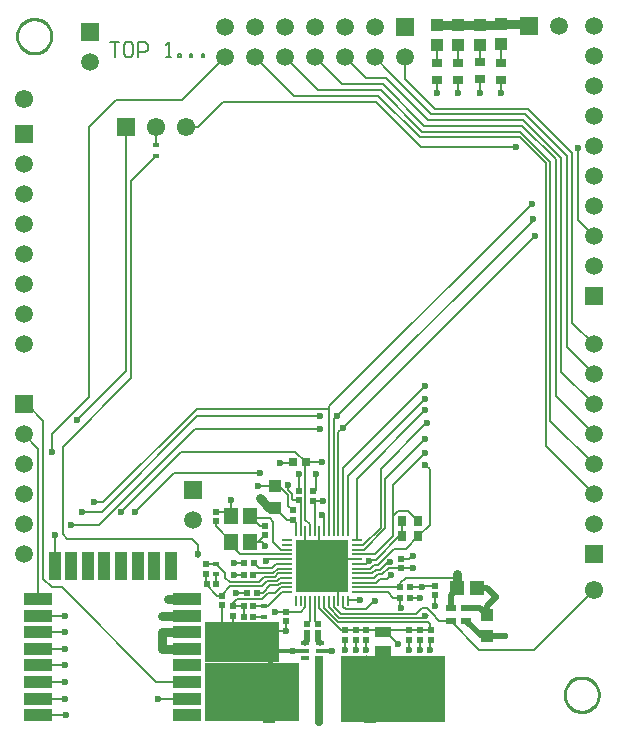
<source format=gbr>
%FSLAX44Y44*%
%MOMM*%
%SFA1B1*%

%IPPOS*%
%ADD10C,0.253999*%
%ADD11R,0.699999X0.899998*%
%ADD12R,1.099998X1.099998*%
%ADD13R,0.519999X0.519999*%
%ADD14R,0.519999X0.519999*%
%ADD15R,0.999998X0.999998*%
%ADD16R,0.549999X0.449999*%
%ADD17R,0.899998X0.699999*%
%ADD18R,1.349997X0.949998*%
%ADD19R,1.299997X1.149998*%
%ADD20R,0.999998X2.450095*%
%ADD21R,2.450095X0.999998*%
%ADD22R,0.799998X0.299999*%
%ADD23R,0.699999X0.299999*%
%ADD24R,0.849998X0.599999*%
%ADD25R,0.200000X0.899998*%
%ADD26R,0.899998X0.200000*%
%ADD27R,4.399991X4.399991*%
%ADD28R,0.649999X0.749999*%
%ADD29R,1.019998X4.749991*%
%ADD30R,0.509999X1.909996*%
%ADD31R,1.149998X1.399997*%
%ADD32C,0.200000*%
%ADD33C,0.799998*%
%ADD34C,0.203200*%
%ADD35C,0.499999*%
%ADD36C,0.534999*%
%ADD37C,0.299999*%
%ADD38C,0.749999*%
%ADD39C,0.699999*%
%ADD40C,0.150000*%
%ADD41R,7.949984X5.024990*%
%ADD42R,8.874982X5.674989*%
%ADD43R,6.224988X3.499993*%
%ADD44R,1.499997X1.499997*%
%ADD45C,1.499997*%
%ADD46R,1.499997X1.499997*%
%ADD47C,1.549997*%
%ADD48R,1.549997X1.549997*%
%ADD49C,0.599999*%
G54D10*
X501751Y24249D02*
D01*
X501716Y25261*
X501610Y26268*
X501434Y27265*
X501190Y28247*
X500877Y29209*
X500498Y30148*
X500054Y31058*
X499548Y31934*
X498982Y32773*
X498359Y33571*
X497681Y34323*
X496953Y35026*
X496178Y35677*
X495359Y36272*
X494500Y36808*
X493607Y37284*
X492682Y37695*
X491731Y38042*
X490758Y38320*
X489768Y38531*
X488765Y38672*
X487755Y38743*
X486743*
X485734Y38672*
X484731Y38531*
X483741Y38320*
X482768Y38042*
X481817Y37695*
X480892Y37284*
X479998Y36808*
X479140Y36272*
X478321Y35677*
X477546Y35026*
X476817Y34323*
X476140Y33571*
X475517Y32773*
X474951Y31934*
X474445Y31058*
X474001Y30148*
X473622Y29209*
X473309Y28247*
X473064Y27265*
X472889Y26268*
X472783Y25261*
X472747Y24249*
X472783Y23238*
X472889Y22231*
X473064Y21234*
X473309Y20252*
X473622Y19289*
X474001Y18351*
X474445Y17441*
X474951Y16564*
X475517Y15725*
X476140Y14928*
X476817Y14175*
X477546Y13472*
X478321Y12822*
X479140Y12227*
X479998Y11690*
X480892Y11215*
X481817Y10803*
X482768Y10457*
X483741Y10178*
X484731Y9968*
X485734Y9827*
X486743Y9756*
X487755*
X488765Y9827*
X489768Y9968*
X490758Y10178*
X491731Y10457*
X492682Y10803*
X493607Y11215*
X494500Y11690*
X495359Y12227*
X496178Y12822*
X496953Y13472*
X497681Y14175*
X498359Y14928*
X498982Y15725*
X499548Y16564*
X500054Y17441*
X500498Y18351*
X500877Y19289*
X501190Y20252*
X501434Y21234*
X501610Y22231*
X501716Y23238*
X501751Y24249*
X38251Y581749D02*
D01*
X38216Y582761*
X38110Y583768*
X37934Y584764*
X37690Y585747*
X37377Y586709*
X36998Y587648*
X36554Y588558*
X36048Y589434*
X35482Y590273*
X34858Y591071*
X34181Y591823*
X33453Y592526*
X32678Y593177*
X31859Y593772*
X31000Y594308*
X30107Y594784*
X29182Y595195*
X28231Y595542*
X27258Y595821*
X26268Y596031*
X25265Y596172*
X24255Y596243*
X23243*
X22233Y596172*
X21231Y596031*
X20241Y595821*
X19268Y595542*
X18317Y595195*
X17392Y594784*
X16498Y594308*
X15640Y593772*
X14821Y593177*
X14046Y592526*
X13317Y591823*
X12640Y591071*
X12017Y590273*
X11451Y589434*
X10945Y588558*
X10501Y587648*
X10122Y586709*
X9809Y585747*
X9564Y584764*
X9389Y583768*
X9283Y582761*
X9247Y581749*
X9283Y580738*
X9389Y579731*
X9564Y578734*
X9809Y577752*
X10122Y576789*
X10501Y575851*
X10945Y574941*
X11451Y574064*
X12017Y573225*
X12640Y572428*
X13317Y571676*
X14046Y570972*
X14821Y570322*
X15640Y569727*
X16498Y569190*
X17392Y568715*
X18317Y568303*
X19268Y567957*
X20241Y567678*
X21231Y567468*
X22233Y567327*
X23243Y567256*
X24255*
X25265Y567327*
X26268Y567468*
X27258Y567678*
X28231Y567957*
X29182Y568303*
X30107Y568715*
X31000Y569190*
X31859Y569727*
X32678Y570322*
X33453Y570972*
X34181Y571676*
X34858Y572428*
X35482Y573225*
X36048Y574064*
X36554Y574941*
X36998Y575851*
X37377Y576789*
X37690Y577752*
X37934Y578734*
X38110Y579731*
X38216Y580738*
X38251Y581749*
G54D11*
X334749Y171249D03*
X348749D03*
X334999Y158249D03*
X348999D03*
G54D12*
X406999Y91999D03*
Y73999D03*
X227330Y200660D03*
Y182659D03*
G54D13*
X177499Y171249D03*
Y179249D03*
X168910Y134809D03*
Y126809D03*
X263749Y84249D03*
Y76249D03*
X254749Y84249D03*
Y76249D03*
X362999Y108499D03*
Y116499D03*
X259749Y188499D03*
Y196499D03*
X182880Y108139D03*
Y100139D03*
X191770Y99249D03*
Y91249D03*
X247650Y189039D03*
Y197039D03*
X236749Y94499D03*
Y86499D03*
X242570Y172529D03*
Y180529D03*
X341499Y78749D03*
Y70749D03*
X359749D03*
Y78749D03*
X350749D03*
Y70749D03*
X304800Y78929D03*
Y70929D03*
X287020D03*
Y78929D03*
X295910D03*
Y70929D03*
X334499Y131499D03*
Y139499D03*
X219249Y167249D03*
Y159249D03*
G54D14*
X177989Y118110D03*
X169989D03*
X200999Y89999D03*
X208999D03*
Y98999D03*
X200999D03*
X209499Y135999D03*
X201499D03*
X208999Y125999D03*
X200999D03*
X212279Y110490D03*
X204279D03*
X333749Y114999D03*
X341749D03*
X333749Y106249D03*
X341749D03*
G54D15*
X382833Y574499D03*
Y591499D03*
X400917Y574499D03*
Y591499D03*
X364749Y574499D03*
Y591499D03*
X419000Y574749D03*
Y591749D03*
G54D16*
X177800Y135309D03*
Y126309D03*
X217999Y89999D03*
Y98999D03*
X127000Y480499D03*
Y489499D03*
G54D17*
X418999Y544749D03*
Y558749D03*
X382832Y544999D03*
Y558999D03*
X400916Y545499D03*
Y559499D03*
X364749Y544999D03*
Y558999D03*
G54D18*
X318999Y60999D03*
Y76999D03*
G54D19*
X381749Y114249D03*
X398749D03*
G54D20*
X125250Y132999D03*
X139250D03*
X111249D03*
X97249D03*
X83251D03*
X69250D03*
X55250D03*
X41250D03*
G54D21*
X153251Y104998D03*
Y91000D03*
Y76999D03*
Y62999D03*
Y48999D03*
Y34998D03*
X27249Y104998D03*
Y91000D03*
Y76999D03*
Y62999D03*
Y48999D03*
Y21000D03*
Y34998D03*
X153251Y21000D03*
Y7000D03*
X27249D03*
G54D22*
X252749Y54999D03*
Y61249D03*
Y67749D03*
X265749Y61249D03*
Y67749D03*
G54D23*
X265249Y54999D03*
G54D24*
X389749Y86749D03*
X376249D03*
X389749Y97749D03*
X376249D03*
G54D25*
X289249Y162499D03*
X281249D03*
X273249D03*
X265249D03*
X257249D03*
X249249D03*
X245249D03*
X253249D03*
X261249D03*
X269249D03*
X277249D03*
X285249D03*
X245249Y103499D03*
X253249D03*
X261249D03*
X269249D03*
X277249D03*
X285249D03*
X289249D03*
X281249D03*
X273249D03*
X265249D03*
X257249D03*
X249249D03*
G54D26*
X296749Y110999D03*
Y118999D03*
Y127000D03*
Y134999D03*
Y142999D03*
Y150999D03*
Y154999D03*
Y146999D03*
Y138999D03*
Y130999D03*
Y122999D03*
Y114999D03*
X237749Y150999D03*
Y142999D03*
Y134999D03*
Y127000D03*
Y118999D03*
Y110999D03*
Y114999D03*
Y122999D03*
Y130999D03*
Y138999D03*
Y146999D03*
Y154999D03*
G54D27*
X267249Y132999D03*
G54D28*
X242499Y220999D03*
X253499D03*
G54D29*
X222749Y23749D03*
X307749D03*
G54D30*
X265249Y9549D03*
G54D31*
X190749Y175499D03*
Y153499D03*
X206749Y175499D03*
Y153499D03*
G54D32*
X59999Y256499D02*
Y256999D01*
X101499Y298499*
X434999Y500999D02*
X460499Y475499D01*
X351999Y500999D02*
X434999D01*
X316999Y535999D02*
X351999Y500999D01*
X337399Y563999D02*
Y564999D01*
Y545599D02*
Y563999D01*
Y545599D02*
X362999Y519999D01*
X324999Y550999D02*
D01*
X311999Y563999D02*
X324999Y550999D01*
X304599Y545999D02*
X321999D01*
X286599Y563999D02*
X304599Y545999D01*
X284199Y540999D02*
X318999D01*
X261199Y563999D02*
X284199Y540999D01*
X263799Y535999D02*
X316999D01*
X235799Y563999D02*
X263799Y535999D01*
X243399Y530999D02*
X314999D01*
X210399Y563999D02*
X243399Y530999D01*
X148999Y527999D02*
X184999Y563999D01*
X92999Y527999D02*
X148999D01*
X159574Y248999D02*
X265999D01*
X78574Y167999D02*
X159574Y248999D01*
X54999Y167999D02*
X78574D01*
X38999Y244999D02*
X69999Y275999D01*
X38999Y229999D02*
Y244999D01*
X253499Y220509D02*
Y220999D01*
Y219499D02*
Y220509D01*
X253249Y219249D02*
Y220509D01*
Y219249D02*
X253499Y219499D01*
X354999Y218999D02*
X358999Y214999D01*
Y168249D02*
Y214999D01*
X348999Y158249D02*
X358999Y168249D01*
X327749Y201749D02*
X354999Y228999D01*
X327749Y175749D02*
Y201749D01*
X320999Y206999D02*
X354999Y240999D01*
X320999Y165153D02*
Y206999D01*
X316999Y215656D02*
X354671Y253327D01*
X316999Y165749D02*
Y215656D01*
X296749Y206749D02*
X354999Y264999D01*
X289249Y209249D02*
X354999Y274999D01*
X302845Y146999D02*
X320999Y165153D01*
X296749Y146999D02*
X302845D01*
X302249Y150999D02*
X316999Y165749D01*
X296749Y150999D02*
X302249D01*
X296749Y154999D02*
Y206749D01*
X285249Y216249D02*
X354999Y285999D01*
X289249Y162499D02*
Y209249D01*
X285249Y162499D02*
Y216249D01*
X338749Y147999D02*
X348999Y158249D01*
X328782Y147999D02*
X338749D01*
X323032Y142249D02*
X328782Y147999D01*
X322949Y142249D02*
X323032D01*
X319874Y139092D02*
Y139174D01*
X322949Y142249*
X314882Y134099D02*
X319874Y139092D01*
X308093Y130999D02*
X311193Y134099D01*
X314882*
X296749Y130999D02*
X308093D01*
X340499Y179499D02*
X348749Y171249D01*
X327749Y175749D02*
X331499Y179499D01*
X340499*
X327749Y158634D02*
Y175749D01*
X312114Y142999D02*
X327749Y158634D01*
X296749Y142999D02*
X312114D01*
X161999Y259999D02*
X265999D01*
X80999Y178999D02*
X161999Y259999D01*
X63999Y178999D02*
X80999D01*
X161191Y266192D02*
X273249D01*
Y268249*
X81999Y186999D02*
X161191Y266192D01*
X73999Y186999D02*
X81999D01*
X273249Y162499D02*
Y266192D01*
Y268249D02*
X444999Y439999D01*
X445999Y426424D02*
Y426999D01*
X284999Y249999D02*
X447999Y412999D01*
X281249Y246249D02*
X284999Y249999D01*
X281249Y162499D02*
Y246249D01*
X277249Y162499D02*
Y257249D01*
X279999Y259999*
X27249Y62999D02*
X49749D01*
X27249Y76999D02*
X49998D01*
X27249Y91000D02*
X49998D01*
X27249Y34998D02*
X49998D01*
X27249Y104998D02*
Y232349D01*
Y7000D02*
X50248D01*
X27249Y48999D02*
X49499D01*
X47999Y233999D02*
X105999Y291999D01*
X47999Y159999D02*
Y233999D01*
X49998Y91000D02*
X49999Y90999D01*
X49998Y76999D02*
X49999D01*
X49749Y62999D02*
X49999Y63249D01*
X253749Y220759D02*
D01*
X253499Y220999D02*
X266999D01*
X49998Y34998D02*
X49999Y34999D01*
X69999Y504999D02*
X92999Y527999D01*
X69999Y275999D02*
Y504999D01*
X101499Y298499D02*
Y504499D01*
X105999Y291999D02*
Y459499D01*
X350999Y487999D02*
X431999D01*
X312999Y525999D02*
X350999Y487999D01*
X483999Y425799D02*
Y485999D01*
Y425799D02*
X497599Y412199D01*
X483999Y486999D02*
X485999D01*
X479249Y339149D02*
Y482749D01*
X441999Y519999D02*
X479249Y482749D01*
Y339149D02*
X497599Y320799D01*
X183999Y525999D02*
X312999D01*
X162499Y504499D02*
X183999Y525999D01*
X152299Y504499D02*
X162499D01*
X349999Y495999D02*
X435403D01*
X314999Y530999D02*
X349999Y495999D01*
X353999Y505999D02*
X436999D01*
X318999Y540999D02*
X353999Y505999D01*
X356999Y510999D02*
X437999D01*
X321999Y545999D02*
X356999Y510999D01*
X359999Y515999D02*
X438999D01*
X324999Y550999D02*
X359999Y515999D01*
X362999Y519999D02*
X441999D01*
X437999Y510999D02*
X469999Y478999D01*
X436999Y505999D02*
X465249Y477749D01*
X435403Y495999D02*
X456999Y474403D01*
Y234399D02*
Y474403D01*
X460499Y256299D02*
Y475499D01*
X465249Y276949D02*
Y477749D01*
X474499Y318499D02*
Y480499D01*
X438999Y515999D02*
X474499Y480499D01*
X469999Y297599D02*
Y478999D01*
X456999Y234399D02*
X497599Y193799D01*
X418749Y591749D02*
X419000D01*
X364749Y560499D02*
Y574499D01*
X289749Y103999D02*
X299999D01*
X289249Y103499D02*
X289749Y103999D01*
X285249Y98817D02*
Y103499D01*
X128749Y20749D02*
X153000D01*
X127250Y34998D02*
X153251D01*
X333021Y158249D02*
X334999D01*
X312871Y138099D02*
X333021Y158249D01*
X323249Y136999D02*
X325124D01*
X318599Y126099D02*
X323999Y131499D01*
X273249Y98221D02*
Y103499D01*
X220547Y120547D02*
X229297D01*
X216249Y116249D02*
X220547Y120547D01*
X217999Y98999D02*
X221538D01*
X221999Y109999D02*
X227941D01*
X232941Y114999*
X221538Y98999D02*
X233537Y110999D01*
X237749*
X232941Y114999D02*
X237749D01*
X232345Y118999D02*
X237749D01*
X229297Y120547D02*
X231749Y122999D01*
X230095Y116749D02*
X232345Y118999D01*
X223749Y116749D02*
X230095D01*
X217489Y110490D02*
X223749Y116749D01*
X216999Y104999D02*
X221999Y109999D01*
X195249Y104999D02*
X216999D01*
X316164Y122099D02*
X322349D01*
X307599Y138099D02*
X312871D01*
X306999Y137499D02*
X307599Y138099D01*
X316349Y130099D02*
X323249Y136999D01*
X312850Y130099D02*
X316349D01*
X309750Y127000D02*
X312850Y130099D01*
X296749Y127000D02*
X309750D01*
X314507Y126099D02*
X318599D01*
X311407Y122999D02*
X314507Y126099D01*
X296749Y122999D02*
X311407D01*
X313064Y118999D02*
X316164Y122099D01*
X296749Y118999D02*
X313064D01*
X126899Y489599D02*
X127000Y489499D01*
X126899Y489599D02*
Y504499D01*
X31249Y122249D02*
X38499Y114999D01*
X31249Y122249D02*
Y256249D01*
X38499Y114999D02*
X47249D01*
X249249Y94499D02*
X253249Y98499D01*
X236749Y94499D02*
X249249D01*
X253249Y98499D02*
Y103499D01*
X460499Y256299D02*
X497599Y219199D01*
X465249Y276949D02*
X497599Y244599D01*
X469999Y297599D02*
X497599Y269999D01*
X474499Y318499D02*
X497599Y295399D01*
X261999Y197499D02*
Y210749D01*
X261249Y196749D02*
X261999Y197499D01*
X334749Y158499D02*
X334999Y158249D01*
X334749Y158499D02*
Y171249D01*
X194249Y98999D02*
X200999D01*
X191749Y101499D02*
X195249Y104999D01*
X208999Y89999D02*
X217999D01*
X208999Y98999D02*
X217999D01*
X200999Y92499D02*
Y98999D01*
X344749Y50569D02*
X345819Y49499D01*
X326249D02*
X326749Y49999D01*
X322749Y50207D02*
X323457Y49499D01*
X400916Y574499D02*
D01*
Y560999D02*
Y574499D01*
X382832Y560499D02*
Y574499D01*
X418999Y560249D02*
D01*
Y574749D01*
X177499Y166749D02*
X190749Y153499D01*
X213499D02*
X218503Y158503D01*
X186999Y179249D02*
X190749Y175499D01*
X267249Y175999D02*
X268999D01*
X269249Y176249*
X322349Y122099D02*
X325749Y125499D01*
X265249Y97249D02*
Y103499D01*
X296749Y134999D02*
X304749D01*
X253249Y146999D02*
Y162499D01*
X273249Y138999D02*
X296749D01*
X281249Y103499D02*
Y118999D01*
X265249Y97249D02*
X283569Y78929D01*
X200999Y92499D02*
D01*
X231749Y122999D02*
X237749D01*
X191999Y135499D02*
X192499Y135999D01*
Y125999D02*
X200999D01*
X208999D02*
X210499Y127499D01*
X226249*
X229749Y130999*
X237749*
X192499Y135999D02*
X201499D01*
X209499D02*
X214249Y131249D01*
X224999*
X228749Y134999*
X237749*
X213499Y153499D02*
X216249D01*
X206749D02*
X213499D01*
X216249D02*
X219249Y150499D01*
X214999Y167249D02*
X219249D01*
X218503Y158503D02*
D01*
X219999Y137249D02*
X221749Y138999D01*
X237749D02*
D01*
X221749D02*
X237749D01*
X198249Y142999D02*
X237749D01*
X190749Y150499D02*
X198249Y142999D01*
X236749Y77749D02*
Y86499D01*
X227749Y94499D02*
X236749D01*
X190749Y150499D02*
Y153499D01*
X418499Y591499D02*
X418749Y591749D01*
X177499Y179249D02*
X186999D01*
X177499Y166749D02*
Y171249D01*
X446599Y62249D02*
X497599Y113249D01*
X259749Y188499D02*
X267999D01*
X306999Y137249D02*
Y137499D01*
X304749Y134999D02*
X306999Y137249D01*
X231749Y220749D02*
X242249D01*
X231166Y77749D02*
X236749D01*
X223749Y70332D02*
X231166Y77749D01*
X304999Y56777D02*
X312277Y49499D01*
X49499Y48999D02*
X49999Y49499D01*
X49748Y21000D02*
X49999Y20749D01*
X50248Y7000D02*
X50249Y6999D01*
X153000Y20749D02*
X153251Y21000D01*
X14999Y244599D02*
X27249Y232349D01*
X47249Y114999D02*
X127250Y34998D01*
X17499Y269999D02*
X31249Y256249D01*
X14999Y269999D02*
X17499D01*
X212279Y110490D02*
X217489D01*
X194310D02*
X204279D01*
X191770Y85090D02*
Y91249D01*
X189909Y116249D02*
X216249D01*
X168910Y134809D02*
X177299D01*
X168910Y119189D02*
Y126809D01*
X178879Y108139D02*
X182880D01*
X177800Y118299D02*
Y126309D01*
X230345Y127000D02*
X237749D01*
X227595Y124249D02*
X230345Y127000D01*
X218440Y124249D02*
X227595D01*
X213689Y119499D02*
X218440Y124249D01*
X189109Y119499D02*
X213689D01*
X185420Y123190D02*
X189109Y119499D01*
X185420Y123190D02*
Y127689D01*
X177800Y135309D02*
X185420Y127689D01*
X182880Y85090D02*
Y100139D01*
X247650Y189039D02*
X249249Y187439D01*
X223179Y173819D02*
X226249Y170749D01*
X208429Y173819D02*
X223179D01*
X206749Y175499D02*
X208429Y173819D01*
X214999Y167249*
X244629Y229870D02*
X253499Y220999D01*
X147869Y229870D02*
X244629D01*
X96999Y178999D02*
X147869Y229870D01*
X247650Y197039D02*
Y210820D01*
X232999Y146999D02*
X237749D01*
X226249Y153749D02*
X232999Y146999D01*
X253249Y172499D02*
Y219249D01*
X213360Y200660D02*
X227330D01*
X238760Y184339D02*
X242570Y180529D01*
X238760Y184339D02*
Y193040D01*
X231140Y200660D02*
X238760Y193040D01*
X227330Y200660D02*
X231140D01*
X237459Y172529D02*
X242570D01*
X222469Y182659D02*
X227330D01*
X242009Y189789D02*
X242759Y189039D01*
X247650*
X277249Y98817D02*
Y103499D01*
X323457Y49499D02*
X326249D01*
X283569Y78929D02*
X287020D01*
X295910*
X304800*
X287020Y62269D02*
Y70929D01*
X286999Y62249D02*
X287020Y62269D01*
X295910Y62589D02*
Y70929D01*
Y62589D02*
X296249Y62249D01*
X304800Y62449D02*
Y70929D01*
Y62449D02*
X304999Y62249D01*
X285249Y98817D02*
X287547Y96520D01*
X304800*
X269249Y97625D02*
Y103499D01*
X341329Y62499D02*
X341499Y62669D01*
X350249Y62329D02*
X350329Y62249D01*
X358999Y62079D02*
X359079Y61999D01*
X376249Y86749D02*
X400749Y62249D01*
X446599*
X304800Y78929D02*
X317069D01*
X318999Y76999*
X350749Y78749D02*
X359749D01*
X350749D02*
D01*
X341499D02*
X350749D01*
X341329Y62499D02*
Y70579D01*
X341499Y70749*
X350329Y62249D02*
Y70329D01*
X350749Y70749*
X359079Y61999D02*
Y70079D01*
X359749Y70749*
X358499Y79999D02*
X359749Y78749D01*
X356749Y85499D02*
X358499Y83749D01*
Y79999D02*
Y83749D01*
X320749Y78749D02*
X341499D01*
X318999Y76999D02*
X320749Y78749D01*
X296749Y114999D02*
X333749D01*
X366749Y86749D02*
X376249D01*
X351749Y97499D02*
X356174D01*
X296749Y110999D02*
X322999D01*
X327749Y106249*
X333749*
Y98499D02*
Y106249D01*
X354999Y91249D02*
X355653Y91903D01*
X356999*
X341749Y106249D02*
X350649D01*
X333749Y114999D02*
Y118499D01*
X304800Y96520D02*
X311529Y103249D01*
X312249*
X350649Y106249D02*
X350759Y106139D01*
X352999Y89249D02*
X354999Y91249D01*
X346749Y92499D02*
X351749Y97499D01*
X277249Y98817D02*
X283317Y92749D01*
X330074*
X269249Y97625D02*
X281375Y85499D01*
X273249Y98221D02*
X282221Y89249D01*
X330074Y92749D02*
X330324Y92499D01*
X281375Y85499D02*
X356749D01*
X282221Y89249D02*
X352999D01*
X330324Y92499D02*
X346749D01*
X333749Y98499D02*
X334249Y97999D01*
X321999Y76999D02*
X331999Y66999D01*
X318999Y76999D02*
X321999D01*
X253249Y172499D02*
X257163Y168585D01*
X245249Y162499D02*
Y169849D01*
X242570Y172529D02*
X245249Y169849D01*
X249249Y162499D02*
Y187439D01*
X259749Y188499D02*
X261249Y186999D01*
Y162499D02*
Y186999D01*
X227330Y182659D02*
X237459Y172529D01*
X182339Y108679D02*
X189909Y116249D01*
X169449Y117569D02*
X178879Y108139D01*
X226249Y153749D02*
Y170749D01*
X267249Y132999D02*
X273249Y138999D01*
X214789Y211069D02*
Y212249D01*
X108999Y178999D02*
X142249Y212249D01*
X214789*
X152500Y105749D02*
X153251Y104998D01*
X279999Y259999D02*
X446499Y426499D01*
X253499Y220509D02*
X253749Y220759D01*
X257163Y162499D02*
Y168585D01*
X27249Y21000D02*
X49748D01*
X47999Y159999D02*
X51749Y156249D01*
X162749Y140565D02*
Y143749D01*
Y150999*
X157499Y156249D02*
X162749Y150999D01*
X51749Y156249D02*
X157499D01*
X323999Y131499D02*
X334499D01*
X344249*
X344499Y131749*
X334499Y139499D02*
X341249D01*
X341749Y114999D02*
X351749D01*
X361749D02*
X362499Y115749D01*
X191749Y101499D02*
X194249Y98999D01*
X269249Y162499D02*
Y176249D01*
X238999Y197395D02*
Y201999D01*
Y197395D02*
X242009Y194385D01*
Y189789D02*
Y194385D01*
X190749Y175499D02*
Y189499D01*
X356174Y97499D02*
X360249Y93424D01*
Y93249D02*
Y93424D01*
Y93249D02*
X366749Y86749D01*
X362999Y99499D02*
Y106749D01*
X333749Y118499D02*
X338499Y123249D01*
X353249Y116499D02*
X362999D01*
X351749Y114999D02*
X353249Y116499D01*
X40999Y132999D02*
Y159499D01*
X217878Y159128D02*
X218503Y158503D01*
X254999Y145249D02*
X265249Y134999D01*
X296249Y54346D02*
X301096Y49499D01*
X267249Y132999D02*
X278999Y121249D01*
X265249Y134999D02*
X267249Y132999D01*
X265249Y134999D02*
Y162499D01*
X341249Y139499D02*
X344249Y142499D01*
X338499Y123249D02*
X381749D01*
X364749Y533999D02*
Y544999D01*
Y546499*
X382832Y533999D02*
Y544999D01*
Y546499*
X400916Y533999D02*
Y545499D01*
Y546999*
X418999Y533999D02*
Y544749D01*
Y546249*
X105999Y459499D02*
X127000Y480499D01*
G54D33*
X440849Y591749D02*
X442599Y589999D01*
X419000Y591749D02*
X440849D01*
X400917Y591499D02*
X418499D01*
X400917D02*
D01*
X382833D02*
X400917D01*
X382833D02*
D01*
X364749D02*
X382833D01*
G54D34*
X261249Y86749D02*
Y103499D01*
X257249Y86749D02*
Y103499D01*
X261249Y86749D02*
X263749Y84249D01*
X254749D02*
X257249Y86749D01*
G54D35*
X407499Y114249D02*
X414749Y106999D01*
X398749Y114249D02*
X407499D01*
X406999Y91999D02*
Y99249D01*
X414749Y106999*
X401249Y97749D02*
X406999Y91999D01*
X389749Y97749D02*
X401249D01*
X402499Y73999D02*
X406999D01*
X389749Y86749D02*
X402499Y73999D01*
X376249Y108749D02*
X381749Y113999D01*
X376249Y97749D02*
Y108749D01*
X406999Y73999D02*
X421749D01*
X421999Y73749*
G54D36*
X263749Y69749D02*
X265749Y67749D01*
X263749Y69749D02*
Y76249D01*
X252749Y67749D02*
X254749Y69749D01*
Y76249*
G54D37*
X266299Y61249D02*
X275999D01*
X225582D02*
X242499D01*
X223999Y59666D02*
X225582Y61249D01*
X285999D02*
X286999Y62249D01*
X242499Y61249D02*
X253249D01*
G54D38*
X214630Y190500D02*
X222469Y182659D01*
X381749Y114249D02*
Y123249D01*
X131998Y91000D02*
X153251D01*
X131749Y76999D02*
X153251D01*
X131749Y62999D02*
X153251D01*
X131749D02*
Y76999D01*
X136750Y104998D02*
X153251D01*
X381749Y123249D02*
Y126499D01*
G54D39*
X265249Y9549D02*
Y52999D01*
Y999D02*
Y9549D01*
G54D40*
X87749Y576495D02*
X95746D01*
X91748*
Y564499*
X105743Y576495D02*
X101745D01*
X99745Y574496*
Y566498*
X101745Y564499*
X105743*
X107743Y566498*
Y574496*
X105743Y576495*
X111741Y564499D02*
Y576495D01*
X117739*
X119739Y574496*
Y570497*
X117739Y568498*
X111741*
X135734Y564499D02*
X139732D01*
X137733*
Y576495*
X135734Y574496*
X145730Y564499D02*
Y566498D01*
X147730*
Y564499*
X145730*
X155727D02*
Y566498D01*
X157726*
Y564499*
X155727*
X165724D02*
Y566498D01*
X167723*
Y564499*
X165724*
G54D41*
X207999Y26124D03*
G54D42*
X327124Y29374D03*
G54D43*
X199374Y68749D03*
G54D44*
X497599Y142999D03*
Y361399D03*
X158499Y197499D03*
X70999Y585249D03*
X14999Y269999D03*
Y498599D03*
G54D45*
X497599Y168399D03*
Y193799D03*
Y219199D03*
Y244599D03*
Y269999D03*
Y295399D03*
Y320799D03*
X467999Y589999D03*
X497599Y412199D03*
Y589999D03*
Y564599D03*
Y539199D03*
Y513799D03*
Y488399D03*
Y462999D03*
Y437599D03*
Y386799D03*
X158499Y172099D03*
X70999Y559849D03*
X14999Y244599D03*
Y219199D03*
Y193799D03*
Y168399D03*
Y142999D03*
Y473199D03*
Y447799D03*
Y422399D03*
Y396999D03*
Y371599D03*
Y346199D03*
Y320799D03*
X184999Y563999D03*
Y589399D03*
X210399Y563999D03*
Y589399D03*
X235799Y563999D03*
Y589399D03*
X261199Y563999D03*
Y589399D03*
X286599Y563999D03*
Y589399D03*
X311999Y563999D03*
Y589399D03*
X337399Y563999D03*
G54D46*
X442599Y589999D03*
X337399Y589399D03*
G54D47*
X497599Y113249D03*
X14999Y528499D03*
X126899Y504499D03*
X152299D03*
G54D48*
X101499Y504499D03*
G54D49*
X59999Y256499D03*
X38999Y229999D03*
X354999Y218999D03*
Y228999D03*
X355999Y254000D03*
X354999Y240999D03*
X364749Y533999D03*
X354999Y264999D03*
Y274999D03*
Y285999D03*
X418999Y533999D03*
X400916D03*
X382832D03*
X265999Y259999D03*
Y248999D03*
X108999Y178999D03*
X445999Y426999D03*
X447999Y412999D03*
X284999Y249999D03*
X279999Y259999D03*
X73999Y186999D03*
X63999Y178999D03*
X54999Y167999D03*
X49999Y90999D03*
Y76999D03*
X444999Y439999D03*
X49999Y63249D03*
X266999Y220999D03*
X96999Y178999D03*
X49999Y34999D03*
X483999Y486999D03*
X431999Y487999D03*
X299999Y103999D03*
X325124Y136999D03*
X261999Y210749D03*
X326249Y49499D03*
X341329Y62499D03*
X267249Y175999D03*
X231749Y220749D03*
X325749Y125499D03*
X344499Y131749D03*
X381749Y126499D03*
X213360Y200660D03*
X414749Y106999D03*
X194310Y110490D03*
X192499Y125999D03*
Y135999D03*
X219249Y150499D03*
X219999Y137249D03*
X227749Y94499D03*
X236749Y77749D03*
X286999Y62249D03*
X304999D03*
X296249D03*
X267999Y188499D03*
X242499Y61249D03*
X275999D03*
X306999Y137499D03*
X319999Y16166D03*
Y5499D03*
Y26832D03*
X342749Y16916D03*
X365499Y6249D03*
X345819Y49499D03*
X356999D03*
X201499Y17916D03*
Y7249D03*
X201249Y28582D03*
Y39249D03*
X182749Y18416D03*
Y7749D03*
X182499Y29083D03*
Y39749D03*
X183249Y59416D03*
Y48749D03*
X182999Y70082D03*
Y80749D03*
X201749Y59166D03*
Y48499D03*
X201499Y69832D03*
Y80499D03*
X223999Y59666D03*
Y48999D03*
X223749Y70332D03*
Y80999D03*
X365499Y27582D03*
X342749D03*
Y38249D03*
X365499D03*
X342749Y6249D03*
X365499Y16916D03*
X319999Y37499D03*
X49999Y20749D03*
X50249Y6999D03*
X49999Y49499D03*
X128749Y20749D03*
X40999Y159499D03*
X214630Y190500D03*
X247650Y210820D03*
X350329Y62249D03*
X359079Y61999D03*
X354999Y91249D03*
X312249Y103249D03*
X350759Y106139D03*
X334249Y97999D03*
X421999Y73749D03*
X331999Y66999D03*
X287999Y42249D03*
Y32999D03*
Y14249D03*
Y4999D03*
Y23499D03*
X297249Y4749D03*
Y15999D03*
Y26999D03*
Y38249D03*
Y49499D03*
X233499Y37499D03*
X243249Y37749D03*
Y26999D03*
X233499Y26749D03*
X233749Y16249D03*
X243499Y16499D03*
X233749Y5499D03*
X243499Y5749D03*
X214789Y212249D03*
X131749Y91249D03*
Y62999D03*
X162749Y143749D03*
X136750Y104998D03*
X344249Y141999D03*
X351749Y114999D03*
X238999Y201999D03*
X190749Y189499D03*
X362999Y99499D03*
X254749Y132999D03*
X266749Y144999D03*
X278749D03*
X266749Y132999D03*
X254749Y144999D03*
X279749Y132999D03*
X278749Y120999D03*
X254749D03*
X266749D03*
M02*
</source>
